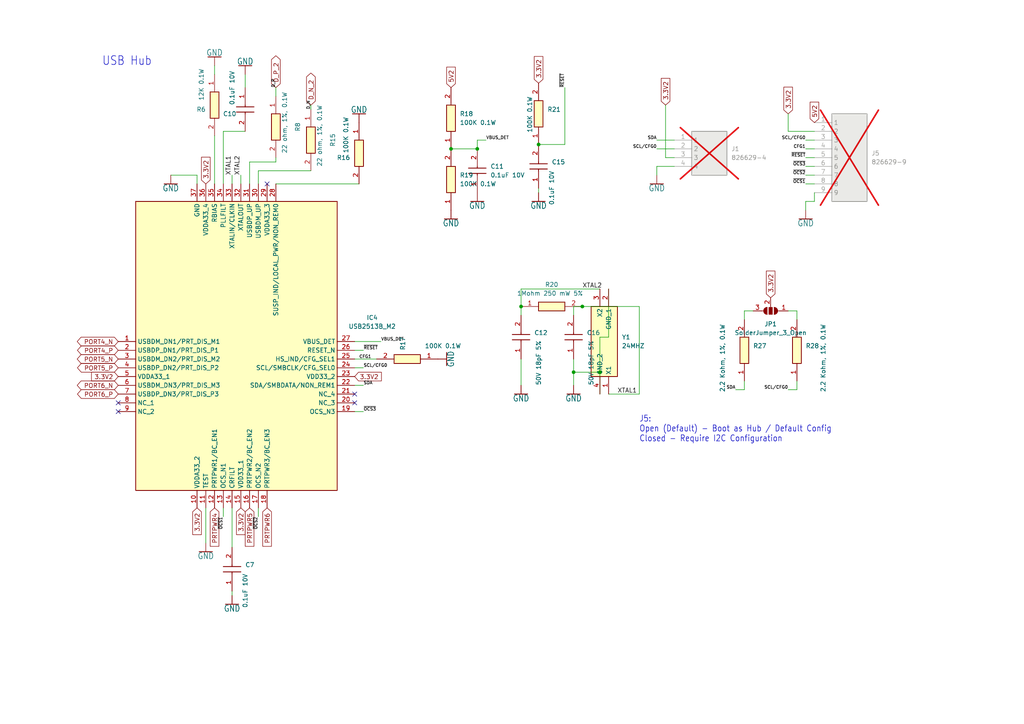
<source format=kicad_sch>
(kicad_sch (version 20230121) (generator eeschema)
  (paper "A4")
  (lib_symbols
    (symbol "Jumper:SolderJumper_3_Open" (pin_names (offset 0) hide)
      (property "Reference" "JP" (at -2.54 -2.54 0))
      (property "Value" "SolderJumper_3_Open" (at 0 2.794 0))
      (symbol "SolderJumper_3_Open_0_1"
        (arc (start -1.016 1.016) (mid -2.0276 0) (end -1.016 -1.016))
        (arc (start -1.016 1.016) (mid -2.0276 0) (end -1.016 -1.016) (fill (type outline)))
        (rectangle (start -0.508 1.016) (end 0.508 -1.016) (fill (type outline)))
        (polyline (pts (xy -2.54 0) (xy -2.032 0)))
        (polyline (pts (xy -1.016 1.016) (xy -1.016 -1.016)))
        (polyline (pts (xy 0 -1.27) (xy 0 -1.016)))
        (polyline (pts (xy 1.016 1.016) (xy 1.016 -1.016)))
        (polyline (pts (xy 2.54 0) (xy 2.032 0)))
        (arc (start 1.016 -1.016) (mid 2.0276 0) (end 1.016 1.016))
        (arc (start 1.016 -1.016) (mid 2.0276 0) (end 1.016 1.016) (fill (type outline)))
      )
      (symbol "SolderJumper_3_Open_1_1"
        (pin passive line (at -5.08 0 0) (length 2.54) (name "A") (number "1"))
        (pin passive line (at 0 -3.81 90) (length 2.54) (name "C") (number "2"))
        (pin passive line (at 5.08 0 180) (length 2.54) (name "B") (number "3"))
      )
    )
    (symbol "Qwiic-USB_Hub-eagle-import:GND" (power)
      (property "Value" "GND" (at 0 -0.254 0))
      (symbol "GND_1_0"
        (polyline (pts (xy -1.905 0) (xy 1.905 0)) (stroke (width 0.254)))
        (pin power_in line (at 0 2.54 270) (length 2.54) (name "GND") (number "1"))
      )
    )
    (symbol "SamacSys_Parts:06035A180J4T2A" (pin_names hide)
      (property "Reference" "C" (at 8.89 6.35 0))
      (property "Value" "06035A180J4T2A" (at 8.89 3.81 0))
      (symbol "06035A180J4T2A_1_1"
        (polyline (pts (xy 5.08 0) (xy 5.588 0)) (stroke (width 0.254)))
        (polyline (pts (xy 5.588 2.54) (xy 5.588 -2.54)) (stroke (width 0.254)))
        (polyline (pts (xy 7.112 0) (xy 7.62 0)) (stroke (width 0.254)))
        (polyline (pts (xy 7.112 2.54) (xy 7.112 -2.54)) (stroke (width 0.254)))
        (pin passive line (at 0 0 0) (length 5.08) (name "1") (number "1"))
        (pin passive line (at 12.7 0 180) (length 5.08) (name "2") (number "2"))
      )
    )
    (symbol "SamacSys_Parts:826629-4"
      (property "Reference" "J" (at 16.51 7.62 0))
      (property "Value" "826629-4" (at 16.51 5.08 0))
      (symbol "826629-4_1_1"
        (rectangle (start 5.08 2.54) (end 15.24 -10.16) (stroke (width 0.254)) (fill (type background)))
        (pin passive line (at 0 0 0) (length 5.08) (name "1") (number "1"))
        (pin passive line (at 0 -2.54 0) (length 5.08) (name "2") (number "2"))
        (pin passive line (at 0 -5.08 0) (length 5.08) (name "3") (number "3"))
        (pin passive line (at 0 -7.62 0) (length 5.08) (name "4") (number "4"))
      )
    )
    (symbol "SamacSys_Parts:826629-9"
      (property "Reference" "J" (at 16.51 7.62 0))
      (property "Value" "826629-9" (at 16.51 5.08 0))
      (symbol "826629-9_1_1"
        (rectangle (start 5.08 2.54) (end 15.24 -22.86) (stroke (width 0.254)) (fill (type background)))
        (pin passive line (at 0 0 0) (length 5.08) (name "1") (number "1"))
        (pin passive line (at 0 -2.54 0) (length 5.08) (name "2") (number "2"))
        (pin passive line (at 0 -5.08 0) (length 5.08) (name "3") (number "3"))
        (pin passive line (at 0 -7.62 0) (length 5.08) (name "4") (number "4"))
        (pin passive line (at 0 -10.16 0) (length 5.08) (name "5") (number "5"))
        (pin passive line (at 0 -12.7 0) (length 5.08) (name "6") (number "6"))
        (pin passive line (at 0 -15.24 0) (length 5.08) (name "7") (number "7"))
        (pin passive line (at 0 -17.78 0) (length 5.08) (name "8") (number "8"))
        (pin passive line (at 0 -20.32 0) (length 5.08) (name "9") (number "9"))
      )
    )
    (symbol "SamacSys_Parts:ABM10W-24.0000MHZ-7-B1U-T3"
      (property "Reference" "Y" (at 26.67 7.62 0))
      (property "Value" "ABM10W-24.0000MHZ-7-B1U-T3" (at 26.67 5.08 0))
      (symbol "ABM10W-24.0000MHZ-7-B1U-T3_1_1"
        (rectangle (start 5.08 2.54) (end 25.4 -5.08) (stroke (width 0.254)) (fill (type background)))
        (pin passive line (at 0 -2.54 0) (length 5.08) (name "X1") (number "1"))
        (pin passive line (at 30.48 -2.54 180) (length 5.08) (name "GND_1") (number "2"))
        (pin passive line (at 30.48 0 180) (length 5.08) (name "X2") (number "3"))
        (pin passive line (at 0 0 0) (length 5.08) (name "GND_2") (number "4"))
      )
    )
    (symbol "SamacSys_Parts:C0603T104K8RAC7867" (pin_names hide)
      (property "Reference" "C" (at 8.89 6.35 0))
      (property "Value" "C0603T104K8RAC7867" (at 8.89 3.81 0))
      (symbol "C0603T104K8RAC7867_1_1"
        (polyline (pts (xy 5.08 0) (xy 5.588 0)) (stroke (width 0.254)))
        (polyline (pts (xy 5.588 2.54) (xy 5.588 -2.54)) (stroke (width 0.254)))
        (polyline (pts (xy 7.112 0) (xy 7.62 0)) (stroke (width 0.254)))
        (polyline (pts (xy 7.112 2.54) (xy 7.112 -2.54)) (stroke (width 0.254)))
        (pin passive line (at 0 0 0) (length 5.08) (name "1") (number "1"))
        (pin passive line (at 12.7 0 180) (length 5.08) (name "2") (number "2"))
      )
    )
    (symbol "SamacSys_Parts:ERJ-PA3J105V" (pin_names hide)
      (property "Reference" "R" (at 13.97 6.35 0))
      (property "Value" "ERJ-PA3J105V" (at 13.97 3.81 0))
      (symbol "ERJ-PA3J105V_1_1"
        (rectangle (start 5.08 1.27) (end 12.7 -1.27) (stroke (width 0.254)) (fill (type background)))
        (pin passive line (at 0 0 0) (length 5.08) (name "1") (number "1"))
        (pin passive line (at 17.78 0 180) (length 5.08) (name "2") (number "2"))
      )
    )
    (symbol "SamacSys_Parts:RMCF0603FT100K" (pin_names hide)
      (property "Reference" "R" (at 13.97 6.35 0))
      (property "Value" "RMCF0603FT100K" (at 13.97 3.81 0))
      (symbol "RMCF0603FT100K_1_1"
        (rectangle (start 5.08 1.27) (end 12.7 -1.27) (stroke (width 0.254)) (fill (type background)))
        (pin passive line (at 0 0 0) (length 5.08) (name "1") (number "1"))
        (pin passive line (at 17.78 0 180) (length 5.08) (name "2") (number "2"))
      )
    )
    (symbol "SamacSys_Parts:RMCF0603FT12K0" (pin_names hide)
      (property "Reference" "R" (at 13.97 6.35 0))
      (property "Value" "RMCF0603FT12K0" (at 13.97 3.81 0))
      (symbol "RMCF0603FT12K0_1_1"
        (rectangle (start 5.08 1.27) (end 12.7 -1.27) (stroke (width 0.254)) (fill (type background)))
        (pin passive line (at 0 0 0) (length 5.08) (name "1") (number "1"))
        (pin passive line (at 17.78 0 180) (length 5.08) (name "2") (number "2"))
      )
    )
    (symbol "SamacSys_Parts:RMCF0603FT22R0" (pin_names hide)
      (property "Reference" "R" (at 13.97 6.35 0))
      (property "Value" "RMCF0603FT22R0" (at 13.97 3.81 0))
      (symbol "RMCF0603FT22R0_1_1"
        (rectangle (start 5.08 1.27) (end 12.7 -1.27) (stroke (width 0.254)) (fill (type background)))
        (pin passive line (at 0 0 0) (length 5.08) (name "1") (number "1"))
        (pin passive line (at 17.78 0 180) (length 5.08) (name "2") (number "2"))
      )
    )
    (symbol "SamacSys_Parts:RMCF0603FT2K20" (pin_names hide)
      (property "Reference" "R" (at 13.97 6.35 0))
      (property "Value" "RMCF0603FT2K20" (at 13.97 3.81 0))
      (symbol "RMCF0603FT2K20_1_1"
        (rectangle (start 5.08 1.27) (end 12.7 -1.27) (stroke (width 0.254)) (fill (type background)))
        (pin passive line (at 0 0 0) (length 5.08) (name "1") (number "1"))
        (pin passive line (at 17.78 0 180) (length 5.08) (name "2") (number "2"))
      )
    )
    (symbol "SamacSys_Parts:USB2513B_M2"
      (property "Reference" "IC" (at 64.77 45.72 0))
      (property "Value" "USB2513B_M2" (at 64.77 43.18 0))
      (symbol "USB2513B_M2_1_1"
        (rectangle (start 5.08 40.64) (end 63.5 -43.18) (stroke (width 0.254)) (fill (type background)))
        (pin passive line (at 0 0 0) (length 5.08) (name "USBDM_DN1/PRT_DIS_M1") (number "1"))
        (pin passive line (at 22.86 -48.26 90) (length 5.08) (name "VDDA33_2") (number "10"))
        (pin passive line (at 25.4 -48.26 90) (length 5.08) (name "TEST") (number "11"))
        (pin passive line (at 27.94 -48.26 90) (length 5.08) (name "PRTPWR1/BC_EN1") (number "12"))
        (pin passive line (at 30.48 -48.26 90) (length 5.08) (name "OCS_N1") (number "13"))
        (pin passive line (at 33.02 -48.26 90) (length 5.08) (name "CRFILT") (number "14"))
        (pin passive line (at 35.56 -48.26 90) (length 5.08) (name "VDD33_1") (number "15"))
        (pin passive line (at 38.1 -48.26 90) (length 5.08) (name "PRTPWR2/BC_EN2") (number "16"))
        (pin passive line (at 40.64 -48.26 90) (length 5.08) (name "OCS_N2") (number "17"))
        (pin passive line (at 43.18 -48.26 90) (length 5.08) (name "PRTPWR3/BC_EN3") (number "18"))
        (pin passive line (at 68.58 -20.32 180) (length 5.08) (name "OCS_N3") (number "19"))
        (pin passive line (at 0 -2.54 0) (length 5.08) (name "USBDP_DN1/PRT_DIS_P1") (number "2"))
        (pin passive line (at 68.58 -17.78 180) (length 5.08) (name "NC_3") (number "20"))
        (pin passive line (at 68.58 -15.24 180) (length 5.08) (name "NC_4") (number "21"))
        (pin passive line (at 68.58 -12.7 180) (length 5.08) (name "SDA/SMBDATA/NON_REM1") (number "22"))
        (pin passive line (at 68.58 -10.16 180) (length 5.08) (name "VDD33_2") (number "23"))
        (pin passive line (at 68.58 -7.62 180) (length 5.08) (name "SCL/SMBCLK/CFG_SEL0") (number "24"))
        (pin passive line (at 68.58 -5.08 180) (length 5.08) (name "HS_IND/CFG_SEL1") (number "25"))
        (pin passive line (at 68.58 -2.54 180) (length 5.08) (name "RESET_N") (number "26"))
        (pin passive line (at 68.58 0 180) (length 5.08) (name "VBUS_DET") (number "27"))
        (pin passive line (at 45.72 45.72 270) (length 5.08) (name "SUSP_IND/LOCAL_PWR/NON_REM0") (number "28"))
        (pin passive line (at 43.18 45.72 270) (length 5.08) (name "VDDA33_3") (number "29"))
        (pin passive line (at 0 -5.08 0) (length 5.08) (name "USBDM_DN2/PRT_DIS_M2") (number "3"))
        (pin passive line (at 40.64 45.72 270) (length 5.08) (name "USBDM_UP") (number "30"))
        (pin passive line (at 38.1 45.72 270) (length 5.08) (name "USBDP_UP") (number "31"))
        (pin passive line (at 35.56 45.72 270) (length 5.08) (name "XTALOUT") (number "32"))
        (pin passive line (at 33.02 45.72 270) (length 5.08) (name "XTALIN/CLKIN") (number "33"))
        (pin passive line (at 30.48 45.72 270) (length 5.08) (name "PLLFILT") (number "34"))
        (pin passive line (at 27.94 45.72 270) (length 5.08) (name "RBIAS") (number "35"))
        (pin passive line (at 25.4 45.72 270) (length 5.08) (name "VDDA33_4") (number "36"))
        (pin passive line (at 22.86 45.72 270) (length 5.08) (name "GND") (number "37"))
        (pin passive line (at 0 -7.62 0) (length 5.08) (name "USBDP_DN2/PRT_DIS_P2") (number "4"))
        (pin passive line (at 0 -10.16 0) (length 5.08) (name "VDDA33_1") (number "5"))
        (pin passive line (at 0 -12.7 0) (length 5.08) (name "USBDM_DN3/PRT_DIS_M3") (number "6"))
        (pin passive line (at 0 -15.24 0) (length 5.08) (name "USBDP_DN3/PRT_DIS_P3") (number "7"))
        (pin passive line (at 0 -17.78 0) (length 5.08) (name "NC_1") (number "8"))
        (pin passive line (at 0 -20.32 0) (length 5.08) (name "NC_2") (number "9"))
      )
    )
  )
  (junction (at 130.81 43.18))
  (junction (at 138.43 43.18))
  (junction (at 156.21 41.91))
  (junction (at 173.99 107.95))
  (junction (at 166.37 107.95))
  (junction (at 151.13 88.9))
  (junction (at 168.91 88.9))
  (no_connect (at 34.29 116.84))
  (no_connect (at 102.87 116.84))
  (no_connect (at 102.87 114.3))
  (no_connect (at 77.47 53.34))
  (no_connect (at 34.29 119.38))
  (wire (pts (xy 71.12 38.1) (xy 64.77 38.1)))
  (wire (pts (xy 67.31 172.72) (xy 67.31 171.45)) (stroke (width 0.1524)))
  (wire (pts (xy 236.22 48.26) (xy 233.68 48.26)) (stroke (width 0.1524)))
  (wire (pts (xy 176.53 114.3) (xy 185.42 114.3)))
  (wire (pts (xy 236.22 43.18) (xy 233.68 43.18)) (stroke (width 0.1524)))
  (wire (pts (xy 57.15 50.8) (xy 57.15 53.34)))
  (wire (pts (xy 166.37 107.95) (xy 166.37 111.76)) (stroke (width 0.1524)))
  (wire (pts (xy 231.14 92.71) (xy 231.14 90.17)) (stroke (width 0.1524)))
  (wire (pts (xy 102.87 99.06) (xy 110.49 99.06)) (stroke (width 0.1524)))
  (wire (pts (xy 156.21 55.88) (xy 156.21 54.61)) (stroke (width 0.1524)))
  (wire (pts (xy 59.69 157.48) (xy 59.69 147.32)))
  (wire (pts (xy 173.99 97.79) (xy 173.99 107.95)))
  (wire (pts (xy 173.99 107.95) (xy 173.99 114.3)))
  (wire (pts (xy 231.14 110.49) (xy 231.14 113.03)) (stroke (width 0.1524)))
  (wire (pts (xy 166.37 88.9) (xy 168.91 88.9)))
  (wire (pts (xy 72.39 46.99) (xy 72.39 53.34)))
  (wire (pts (xy 138.43 40.64) (xy 138.43 43.18)) (stroke (width 0.1524)))
  (wire (pts (xy 64.77 38.1) (xy 64.77 53.34)))
  (wire (pts (xy 67.31 50.8) (xy 67.31 53.34)))
  (wire (pts (xy 195.58 43.18) (xy 190.5 43.18)) (stroke (width 0.1524)))
  (wire (pts (xy 173.99 107.95) (xy 166.37 107.95)))
  (wire (pts (xy 166.37 88.9) (xy 166.37 91.44)))
  (wire (pts (xy 190.5 48.26) (xy 190.5 50.8)) (stroke (width 0.1524)))
  (wire (pts (xy 151.13 104.14) (xy 151.13 111.76)) (stroke (width 0.1524)))
  (wire (pts (xy 104.14 53.34) (xy 80.01 53.34)))
  (wire (pts (xy 195.58 45.72) (xy 193.04 45.72)) (stroke (width 0.1524)))
  (wire (pts (xy 102.87 104.14) (xy 109.22 104.14)))
  (wire (pts (xy 80.01 45.72) (xy 80.01 46.99)))
  (wire (pts (xy 74.93 147.32) (xy 74.93 149.86)) (stroke (width 0.1524)))
  (wire (pts (xy 151.13 83.82) (xy 151.13 88.9)) (stroke (width 0.1524)))
  (wire (pts (xy 231.14 113.03) (xy 228.6 113.03)) (stroke (width 0.1524)))
  (wire (pts (xy 80.01 46.99) (xy 72.39 46.99)))
  (wire (pts (xy 236.22 50.8) (xy 233.68 50.8)) (stroke (width 0.1524)))
  (wire (pts (xy 102.87 106.68) (xy 105.41 106.68)) (stroke (width 0.1524)))
  (wire (pts (xy 193.04 30.48) (xy 193.04 45.72)) (stroke (width 0.1524)))
  (wire (pts (xy 176.53 83.82) (xy 176.53 97.79)))
  (wire (pts (xy 163.83 41.91) (xy 156.21 41.91)) (stroke (width 0.1524)))
  (wire (pts (xy 80.01 27.94) (xy 80.01 25.4)) (stroke (width 0.1524)))
  (wire (pts (xy 74.93 49.53) (xy 74.93 53.34)))
  (wire (pts (xy 215.9 90.17) (xy 218.44 90.17)) (stroke (width 0.1524)))
  (wire (pts (xy 90.17 30.48) (xy 90.17 31.75)))
  (wire (pts (xy 151.13 83.82) (xy 173.99 83.82)) (stroke (width 0.1524)))
  (wire (pts (xy 90.17 49.53) (xy 74.93 49.53)))
  (wire (pts (xy 102.87 119.38) (xy 105.41 119.38)) (stroke (width 0.1524)))
  (wire (pts (xy 215.9 92.71) (xy 215.9 90.17)) (stroke (width 0.1524)))
  (wire (pts (xy 195.58 40.64) (xy 190.5 40.64)) (stroke (width 0.1524)))
  (wire (pts (xy 176.53 97.79) (xy 173.99 97.79)))
  (wire (pts (xy 130.81 43.18) (xy 138.43 43.18)) (stroke (width 0.1524)))
  (wire (pts (xy 151.13 88.9) (xy 151.13 91.44)) (stroke (width 0.1524)))
  (wire (pts (xy 228.6 38.1) (xy 228.6 33.02)) (stroke (width 0.1524)))
  (wire (pts (xy 138.43 40.64) (xy 140.97 40.64)) (stroke (width 0.1524)))
  (wire (pts (xy 102.87 101.6) (xy 105.41 101.6)) (stroke (width 0.1524)))
  (wire (pts (xy 185.42 88.9) (xy 168.91 88.9)))
  (wire (pts (xy 62.23 19.05) (xy 62.23 21.59)))
  (wire (pts (xy 185.42 114.3) (xy 185.42 88.9)))
  (wire (pts (xy 236.22 40.64) (xy 233.68 40.64)) (stroke (width 0.1524)))
  (wire (pts (xy 236.22 55.88) (xy 236.22 58.42)) (stroke (width 0.1524)))
  (wire (pts (xy 64.77 147.32) (xy 64.77 149.86)) (stroke (width 0.1524)))
  (wire (pts (xy 236.22 53.34) (xy 233.68 53.34)) (stroke (width 0.1524)))
  (wire (pts (xy 166.37 104.14) (xy 166.37 107.95)) (stroke (width 0.1524)))
  (wire (pts (xy 62.23 39.37) (xy 62.23 53.34)))
  (wire (pts (xy 215.9 110.49) (xy 215.9 113.03)) (stroke (width 0.1524)))
  (wire (pts (xy 67.31 147.32) (xy 67.31 158.75)) (stroke (width 0.1524)))
  (wire (pts (xy 71.12 21.59) (xy 71.12 25.4)) (stroke (width 0.1524)))
  (wire (pts (xy 233.68 58.42) (xy 233.68 60.96)) (stroke (width 0.1524)))
  (wire (pts (xy 236.22 45.72) (xy 233.68 45.72)) (stroke (width 0.1524)))
  (wire (pts (xy 49.53 50.8) (xy 57.15 50.8)))
  (wire (pts (xy 236.22 58.42) (xy 233.68 58.42)) (stroke (width 0.1524)))
  (wire (pts (xy 236.22 38.1) (xy 228.6 38.1)) (stroke (width 0.1524)))
  (wire (pts (xy 231.14 90.17) (xy 228.6 90.17)) (stroke (width 0.1524)))
  (wire (pts (xy 163.83 25.4) (xy 163.83 41.91)) (stroke (width 0.1524)))
  (wire (pts (xy 195.58 48.26) (xy 190.5 48.26)) (stroke (width 0.1524)))
  (wire (pts (xy 102.87 111.76) (xy 105.41 111.76)) (stroke (width 0.1524)))
  (wire (pts (xy 215.9 113.03) (xy 213.36 113.03)) (stroke (width 0.1524)))
  (wire (pts (xy 69.85 50.8) (xy 69.85 53.34)))
  (text "J5:\nOpen (Default) - Boot as Hub / Default Config\nClosed - Require I2C Configuration" (at 185.42 124.46 0) (effects (font (size 1.778 1.5113)) (justify left)))
  (text "USB Hub" (at 36.83 17.78 0) (effects (font (size 2.54 2.159))))
  (label "SCL/CFG0" (at 190.5 43.18 180) (effects (font (size 0.889 0.889))))
  (label "~{RESET}" (at 233.68 45.72 180) (effects (font (size 0.889 0.889))))
  (label "XTAL2" (at 168.91 83.82 0))
  (label "SCL/CFG0" (at 105.41 106.68 0) (effects (font (size 0.889 0.889))))
  (label "D_N" (at 90.17 31.75 90) (effects (font (size 0.889 0.889))))
  (label "~{OCS1}" (at 233.68 53.34 180) (effects (font (size 0.889 0.889))))
  (label "~{OCS1}" (at 64.77 149.86 270) (effects (font (size 0.889 0.889))))
  (label "XTAL2" (at 69.85 50.8 90))
  (label "XTAL1" (at 179.07 114.3 0))
  (label "VBUS_DET" (at 110.49 99.06 0) (effects (font (size 0.889 0.889))))
  (label "~{OCS3}" (at 105.41 119.38 0) (effects (font (size 0.889 0.889))))
  (label "CFG1" (at 233.68 43.18 180) (effects (font (size 0.889 0.889))))
  (label "~{OCS2}" (at 233.68 50.8 180) (effects (font (size 0.889 0.889))))
  (label "SDA" (at 105.41 111.76 0) (effects (font (size 0.889 0.889))))
  (label "SDA" (at 190.5 40.64 180) (effects (font (size 0.889 0.889))))
  (label "~{RESET}" (at 105.41 101.6 0) (effects (font (size 0.889 0.889))))
  (label "~{OCS2}" (at 74.93 149.86 270) (effects (font (size 0.889 0.889))))
  (label "SCL/CFG0" (at 228.6 113.03 180) (effects (font (size 0.889 0.889))))
  (label "SDA" (at 213.36 113.03 180) (effects (font (size 0.889 0.889))))
  (label "CFG1" (at 104.14 104.14 0) (effects (font (size 0.889 0.889))))
  (label "~{OCS3}" (at 233.68 48.26 180) (effects (font (size 0.889 0.889))))
  (label "SCL/CFG0" (at 233.68 40.64 180) (effects (font (size 0.889 0.889))))
  (label "XTAL1" (at 67.31 50.8 90))
  (label "~{RESET}" (at 163.83 25.4 90) (effects (font (size 0.889 0.889))))
  (label "D_P" (at 80.01 25.4 90) (effects (font (size 0.889 0.889))))
  (label "VBUS_DET" (at 140.97 40.64 0) (effects (font (size 0.889 0.889))))
  (global_label "PRTPWR5" (shape input) (at 72.39 147.32 270) (property "Intersheetrefs" "${INTERSHEET_REFS}" (effects hide)))
  (global_label "PORT5_N" (shape bidirectional) (at 34.29 104.14 180) (property "Intersheetrefs" "${INTERSHEET_REFS}" (effects hide)))
  (global_label "3.3V2" (shape input) (at 223.52 86.36 90) (property "Intersheetrefs" "${INTERSHEET_REFS}" (effects hide)))
  (global_label "3.3V2" (shape input) (at 59.69 53.34 90) (property "Intersheetrefs" "${INTERSHEET_REFS}" (effects hide)))
  (global_label "D_N_2" (shape bidirectional) (at 90.17 30.48 90) (property "Intersheetrefs" "${INTERSHEET_REFS}" (effects hide)))
  (global_label "PRTPWR6" (shape input) (at 77.47 147.32 270) (property "Intersheetrefs" "${INTERSHEET_REFS}" (effects hide)))
  (global_label "PRTPWR4" (shape input) (at 62.23 147.32 270) (property "Intersheetrefs" "${INTERSHEET_REFS}" (effects hide)))
  (global_label "3.3V2" (shape input) (at 228.6 33.02 90) (property "Intersheetrefs" "${INTERSHEET_REFS}" (effects hide)))
  (global_label "3.3V2" (shape input) (at 57.15 147.32 270) (property "Intersheetrefs" "${INTERSHEET_REFS}" (effects hide)))
  (global_label "3.3V2" (shape input) (at 102.87 109.22 0) (property "Intersheetrefs" "${INTERSHEET_REFS}" (effects hide)))
  (global_label "PORT4_P" (shape bidirectional) (at 34.29 101.6 180) (property "Intersheetrefs" "${INTERSHEET_REFS}" (effects hide)))
  (global_label "3.3V2" (shape input) (at 156.21 24.13 90) (property "Intersheetrefs" "${INTERSHEET_REFS}" (effects hide)))
  (global_label "3.3V2" (shape input) (at 193.04 30.48 90) (property "Intersheetrefs" "${INTERSHEET_REFS}" (effects hide)))
  (global_label "PORT5_P" (shape bidirectional) (at 34.29 106.68 180) (property "Intersheetrefs" "${INTERSHEET_REFS}" (effects hide)))
  (global_label "5V2" (shape input) (at 236.22 35.56 90) (property "Intersheetrefs" "${INTERSHEET_REFS}" (effects hide)))
  (global_label "PORT6_P" (shape bidirectional) (at 34.29 114.3 180) (property "Intersheetrefs" "${INTERSHEET_REFS}" (effects hide)))
  (global_label "3.3V2" (shape input) (at 69.85 147.32 270) (property "Intersheetrefs" "${INTERSHEET_REFS}" (effects hide)))
  (global_label "3.3V2" (shape input) (at 34.29 109.22 180) (property "Intersheetrefs" "${INTERSHEET_REFS}" (effects hide)))
  (global_label "PORT6_N" (shape bidirectional) (at 34.29 111.76 180) (property "Intersheetrefs" "${INTERSHEET_REFS}" (effects hide)))
  (global_label "PORT4_N" (shape bidirectional) (at 34.29 99.06 180) (property "Intersheetrefs" "${INTERSHEET_REFS}" (effects hide)))
  (global_label "5V2" (shape input) (at 130.81 25.4 90) (property "Intersheetrefs" "${INTERSHEET_REFS}" (effects hide)))
  (global_label "D_P_2" (shape bidirectional) (at 80.01 25.4 90) (property "Intersheetrefs" "${INTERSHEET_REFS}" (effects hide)))
  (symbol (lib_id "SamacSys_Parts:06035A180J4T2A") (at 151.13 104.14 90) (unit 1)
    (property "Reference" "C12" (at 154.94 96.52 90) (effects (justify right)))
    (property "Value" "50V 18pF 5% " (at 156.21 97.79 0) (effects (justify right)))
    (property "Footprint" "CAPC1608X90N" (effects hide))
    (property "Datasheet" "https://componentsearchengine.com/Datasheets/1/06031A100FAT2A.pdf" (effects hide))
    (property "Height" "0.9" (effects hide))
    (property "Manufacturer_Name" "AVX" (effects hide))
    (property "Manufacturer_Part_Number" "06035A180J4T2A" (effects hide))
    (property "Mouser Part Number" "581-06035A180J4T2A" (effects hide))
    (property "Mouser Price/Stock" "https://www.mouser.co.uk/ProductDetail/AVX/06035A180J4T2A?qs=Q0wCMCRSJ1tlgKsEfw0uTA%3D%3D" (effects hide))
    (property "Arrow Part Number" "06035A180J4T2A" (effects hide))
    (property "Arrow Price/Stock" "https://www.arrow.com/en/products/06035a180j4t2a/avx" (effects hide))
  )
  (symbol (lib_id "Qwiic-USB_Hub-eagle-import:GND") (at 49.53 53.34 0) (unit 1)
    (property "Reference" "#GND018" (effects hide))
    (property "Value" "GND" (at 49.53 53.594 0) (effects (font (size 1.778 1.5113)) (justify top)))
  )
  (symbol (lib_id "Qwiic-USB_Hub-eagle-import:GND") (at 67.31 175.26 0) (unit 1)
    (property "Reference" "#GND023" (effects hide))
    (property "Value" "GND" (at 67.31 175.514 0) (effects (font (size 1.778 1.5113)) (justify top)))
  )
  (symbol (lib_id "Qwiic-USB_Hub-eagle-import:GND") (at 104.14 33.02 180) (unit 1)
    (property "Reference" "#GND027" (effects hide))
    (property "Value" "GND" (at 104.14 32.766 0) (effects (font (size 1.778 1.5113)) (justify top)))
  )
  (symbol (lib_id "Jumper:SolderJumper_3_Open") (at 223.52 90.17 180) (unit 1)
    (property "Reference" "JP1" (at 223.52 93.98 0))
    (property "Value" "SolderJumper_3_Open" (at 223.52 96.52 0))
    (property "Footprint" "Jumper:SolderJumper-3_P1.3mm_Open_Pad1.0x1.5mm_NumberLabels" (effects hide))
  )
  (symbol (lib_id "SamacSys_Parts:RMCF0603FT12K0") (at 62.23 21.59 270) (unit 1)
    (property "Reference" "R6" (at 59.69 31.75 90) (effects (justify right)))
    (property "Value" "12K 0.1W" (at 58.42 29.21 0) (effects (justify right)))
    (property "Footprint" "RESC1608X55N" (effects hide))
    (property "Datasheet" "https://www.seielect.com/Catalog/SEI-RMCF_RMCP.pdf" (effects hide))
    (property "Height" "0.55" (effects hide))
    (property "Manufacturer_Name" "Stackpole Electronics, Inc." (effects hide))
    (property "Manufacturer_Part_Number" "RMCF0603FT12K0" (effects hide))
    (property "Arrow Part Number" "RMCF0603FT12K0" (effects hide))
    (property "Arrow Price/Stock" "https://www.arrow.com/en/products/rmcf0603ft12k0/stackpole-electronics?region=nac" (effects hide))
  )
  (symbol (lib_id "SamacSys_Parts:USB2513B_M2") (at 34.29 99.06 0) (unit 1)
    (property "Reference" "IC4" (at 107.95 92.1319 0))
    (property "Value" "USB2513B_M2" (at 107.95 94.6719 0))
    (property "Footprint" "QFN50P600X600X100-37N-D" (effects hide))
    (property "Datasheet" "http://www.microchip.com/mymicrochip/filehandler.aspx?ddocname=en562310" (effects hide))
    (property "Height" "1" (effects hide))
    (property "Manufacturer_Name" "Microchip" (effects hide))
    (property "Manufacturer_Part_Number" "USB2513B/M2" (effects hide))
    (property "Mouser Part Number" "579-USB2513B/M2" (effects hide))
    (property "Mouser Price/Stock" "https://www.mouser.co.uk/ProductDetail/Microchip-Technology/USB2513B-M2?qs=uus7iwvxYD8fly9xV9Wytg%3D%3D" (effects hide))
    (property "Arrow Part Number" "USB2513B/M2" (effects hide))
    (property "Arrow Price/Stock" "https://www.arrow.com/en/products/usb2513bm2/microchip-technology?region=europe" (effects hide))
  )
  (symbol (lib_id "SamacSys_Parts:RMCF0603FT100K") (at 104.14 35.56 270) (unit 1)
    (property "Reference" "R16" (at 101.6 45.72 90) (effects (justify right)))
    (property "Value" "100K 0.1W" (at 100.33 44.45 0) (effects (justify right)))
    (property "Footprint" "RESC1608X55N" (effects hide))
    (property "Datasheet" "https://www.seielect.com/Catalog/SEI-RMCF_RMCP.pdf" (effects hide))
    (property "Height" "0.55" (effects hide))
    (property "Manufacturer_Name" "Stackpole Electronics, Inc." (effects hide))
    (property "Manufacturer_Part_Number" "RMCF0603FT100K" (effects hide))
    (property "Mouser Part Number" "708-RMCF0603FT100K" (effects hide))
    (property "Mouser Price/Stock" "https://www.mouser.co.uk/ProductDetail/SEI-Stackpole/RMCF0603FT100K?qs=MyNHzdoqoQJaOoUDs3M%252BVg%3D%3D" (effects hide))
    (property "Arrow Part Number" "RMCF0603FT100K" (effects hide))
    (property "Arrow Price/Stock" "https://www.arrow.com/en/products/rmcf0603ft100k/stackpole-electronics?region=nac" (effects hide))
  )
  (symbol (lib_id "SamacSys_Parts:C0603T104K8RAC7867") (at 71.12 25.4 270) (unit 1)
    (property "Reference" "C10" (at 68.58 33.02 90) (effects (justify right)))
    (property "Value" "0.1uF 10V" (at 67.31 30.48 0) (effects (justify right)))
    (property "Footprint" "CAPC1608X87N" (effects hide))
    (property "Datasheet" "https://gr.mouser.com/datasheet/2/212/KEM_C1027_X7R_COTS_SMD-1099449.pdf" (effects hide))
    (property "Height" "0.87" (effects hide))
    (property "Manufacturer_Name" "KEMET" (effects hide))
    (property "Manufacturer_Part_Number" "C0603T104K8RAC7867" (effects hide))
    (property "Mouser Part Number" "80-C0603T104K8RACTU" (effects hide))
    (property "Mouser Price/Stock" "https://www.mouser.co.uk/ProductDetail/KEMET/C0603T104K8RAC7867/?qs=u16ybLDytRacEvii9M2jow%3D%3D" (effects hide))
  )
  (symbol (lib_id "SamacSys_Parts:RMCF0603FT100K") (at 156.21 41.91 90) (unit 1)
    (property "Reference" "R21" (at 158.75 31.75 90) (effects (justify right)))
    (property "Value" "100K 0.1W" (at 153.67 27.94 0) (effects (justify right)))
    (property "Footprint" "RESC1608X55N" (effects hide))
    (property "Datasheet" "https://www.seielect.com/Catalog/SEI-RMCF_RMCP.pdf" (effects hide))
    (property "Height" "0.55" (effects hide))
    (property "Manufacturer_Name" "Stackpole Electronics, Inc." (effects hide))
    (property "Manufacturer_Part_Number" "RMCF0603FT100K" (effects hide))
    (property "Mouser Part Number" "708-RMCF0603FT100K" (effects hide))
    (property "Mouser Price/Stock" "https://www.mouser.co.uk/ProductDetail/SEI-Stackpole/RMCF0603FT100K?qs=MyNHzdoqoQJaOoUDs3M%252BVg%3D%3D" (effects hide))
    (property "Arrow Part Number" "RMCF0603FT100K" (effects hide))
    (property "Arrow Price/Stock" "https://www.arrow.com/en/products/rmcf0603ft100k/stackpole-electronics?region=nac" (effects hide))
  )
  (symbol (lib_id "Qwiic-USB_Hub-eagle-import:GND") (at 233.68 63.5 0) (mirror y) (unit 1)
    (property "Reference" "#GND039" (effects hide))
    (property "Value" "GND" (at 233.68 63.754 0) (effects (font (size 1.778 1.5113)) (justify top)))
  )
  (symbol (lib_id "SamacSys_Parts:826629-9") (at 236.22 35.56 0) (unit 1) (in_bom no) (on_board no) (dnp yes)
    (property "Reference" "J5" (at 252.73 44.45 0) (effects (justify left)))
    (property "Value" "826629-9" (at 252.73 46.99 0) (effects (justify left)))
    (property "Footprint" "HDRV9W63P0X254_1X9_2286X250X950P" (effects hide))
    (property "Datasheet" "https://datasheet.datasheetarchive.com/originals/dk/DKDS42/DSANUWW0052934.pdf" (effects hide))
    (property "Height" "9.5" (effects hide))
    (property "Manufacturer_Name" "TE Connectivity" (effects hide))
    (property "Manufacturer_Part_Number" "826629-9" (effects hide))
    (property "Mouser Part Number" "571-826629-9" (effects hide))
    (property "Mouser Price/Stock" "https://www.mouser.co.uk/ProductDetail/TE-Connectivity/826629-9?qs=FazuUmncXol%2F%252BSVx%252BI%252BK7Q%3D%3D" (effects hide))
    (property "Arrow Part Number" "826629-9" (effects hide))
    (property "Arrow Price/Stock" "https://www.arrow.com/en/products/826629-9/te-connectivity?region=nac" (effects hide))
  )
  (symbol (lib_id "Qwiic-USB_Hub-eagle-import:GND") (at 129.54 104.14 90) (unit 1)
    (property "Reference" "#GND030" (effects hide))
    (property "Value" "GND" (at 129.794 104.14 0) (effects (font (size 1.778 1.5113)) (justify top)))
  )
  (symbol (lib_id "SamacSys_Parts:ABM10W-24.0000MHZ-7-B1U-T3") (at 173.99 114.3 90) (unit 1)
    (property "Reference" "Y1" (at 180.34 97.79 90) (effects (justify right)))
    (property "Value" "24MHZ" (at 180.34 100.33 90) (effects (justify right)))
    (property "Footprint" "ABM10W240000MHZ8K1ZT3" (effects hide))
    (property "Datasheet" "https://www.abracon.com/Resonators/ABM10W.pdf" (effects hide))
    (property "Height" "0.6" (effects hide))
    (property "Manufacturer_Name" "ABRACON" (effects hide))
    (property "Manufacturer_Part_Number" "ABM10W-24.0000MHZ-7-B1U-T3" (effects hide))
  )
  (symbol (lib_id "SamacSys_Parts:C0603T104K8RAC7867") (at 67.31 171.45 90) (unit 1)
    (property "Reference" "C7" (at 71.12 163.83 90) (effects (justify right)))
    (property "Value" "0.1uF 10V" (at 71.12 166.37 0) (effects (justify right)))
    (property "Footprint" "CAPC1608X87N" (effects hide))
    (property "Datasheet" "https://gr.mouser.com/datasheet/2/212/KEM_C1027_X7R_COTS_SMD-1099449.pdf" (effects hide))
    (property "Height" "0.87" (effects hide))
    (property "Manufacturer_Name" "KEMET" (effects hide))
    (property "Manufacturer_Part_Number" "C0603T104K8RAC7867" (effects hide))
    (property "Mouser Part Number" "80-C0603T104K8RACTU" (effects hide))
    (property "Mouser Price/Stock" "https://www.mouser.co.uk/ProductDetail/KEMET/C0603T104K8RAC7867/?qs=u16ybLDytRacEvii9M2jow%3D%3D" (effects hide))
  )
  (symbol (lib_id "Qwiic-USB_Hub-eagle-import:GND") (at 156.21 58.42 0) (unit 1)
    (property "Reference" "#GND034" (effects hide))
    (property "Value" "GND" (at 156.21 58.674 0) (effects (font (size 1.778 1.5113)) (justify top)))
  )
  (symbol (lib_id "SamacSys_Parts:RMCF0603FT100K") (at 130.81 60.96 90) (unit 1)
    (property "Reference" "R19" (at 133.35 50.8 90) (effects (justify right)))
    (property "Value" "100K 0.1W" (at 133.35 53.34 90) (effects (justify right)))
    (property "Footprint" "RESC1608X55N" (effects hide))
    (property "Datasheet" "https://www.seielect.com/Catalog/SEI-RMCF_RMCP.pdf" (effects hide))
    (property "Height" "0.55" (effects hide))
    (property "Manufacturer_Name" "Stackpole Electronics, Inc." (effects hide))
    (property "Manufacturer_Part_Number" "RMCF0603FT100K" (effects hide))
    (property "Mouser Part Number" "708-RMCF0603FT100K" (effects hide))
    (property "Mouser Price/Stock" "https://www.mouser.co.uk/ProductDetail/SEI-Stackpole/RMCF0603FT100K?qs=MyNHzdoqoQJaOoUDs3M%252BVg%3D%3D" (effects hide))
    (property "Arrow Part Number" "RMCF0603FT100K" (effects hide))
    (property "Arrow Price/Stock" "https://www.arrow.com/en/products/rmcf0603ft100k/stackpole-electronics?region=nac" (effects hide))
  )
  (symbol (lib_id "SamacSys_Parts:826629-4") (at 195.58 40.64 0) (unit 1) (in_bom no) (dnp yes)
    (property "Reference" "J1" (at 212.09 43.18 0) (effects (justify left)))
    (property "Value" "826629-4" (at 212.09 45.72 0) (effects (justify left)))
    (property "Footprint" "HDRV4W63P0X254_1X4_1016X250X950P" (effects hide))
    (property "Datasheet" "https://componentsearchengine.com/Datasheets/2/826629-4.pdf" (effects hide))
    (property "Height" "9.5" (effects hide))
    (property "Manufacturer_Name" "TE Connectivity" (effects hide))
    (property "Manufacturer_Part_Number" "826629-4" (effects hide))
    (property "Mouser Part Number" "571-826629-4" (effects hide))
    (property "Mouser Price/Stock" "https://www.mouser.co.uk/ProductDetail/TE-Connectivity/826629-4?qs=FazuUmncXom81cYQ0o6zwQ%3D%3D" (effects hide))
    (property "Arrow Part Number" "826629-4" (effects hide))
    (property "Arrow Price/Stock" "https://www.arrow.com/en/products/826629-4/te-connectivity?region=europe" (effects hide))
  )
  (symbol (lib_id "Qwiic-USB_Hub-eagle-import:GND") (at 130.81 63.5 0) (unit 1)
    (property "Reference" "#GND031" (effects hide))
    (property "Value" "GND" (at 130.81 63.754 0) (effects (font (size 1.778 1.5113)) (justify top)))
  )
  (symbol (lib_id "SamacSys_Parts:RMCF0603FT100K") (at 127 104.14 180) (unit 1)
    (property "Reference" "R17" (at 116.84 101.6 90) (effects (justify right)))
    (property "Value" "100K 0.1W" (at 123.19 100.33 0) (effects (justify right)))
    (property "Footprint" "RESC1608X55N" (effects hide))
    (property "Datasheet" "https://www.seielect.com/Catalog/SEI-RMCF_RMCP.pdf" (effects hide))
    (property "Height" "0.55" (effects hide))
    (property "Manufacturer_Name" "Stackpole Electronics, Inc." (effects hide))
    (property "Manufacturer_Part_Number" "RMCF0603FT100K" (effects hide))
    (property "Mouser Part Number" "708-RMCF0603FT100K" (effects hide))
    (property "Mouser Price/Stock" "https://www.mouser.co.uk/ProductDetail/SEI-Stackpole/RMCF0603FT100K?qs=MyNHzdoqoQJaOoUDs3M%252BVg%3D%3D" (effects hide))
    (property "Arrow Part Number" "RMCF0603FT100K" (effects hide))
    (property "Arrow Price/Stock" "https://www.arrow.com/en/products/rmcf0603ft100k/stackpole-electronics?region=nac" (effects hide))
  )
  (symbol (lib_id "Qwiic-USB_Hub-eagle-import:GND") (at 151.13 114.3 0) (unit 1)
    (property "Reference" "#GND033" (effects hide))
    (property "Value" "GND" (at 151.13 114.554 0) (effects (font (size 1.778 1.5113)) (justify top)))
  )
  (symbol (lib_id "Qwiic-USB_Hub-eagle-import:GND") (at 190.5 53.34 0) (mirror y) (unit 1)
    (property "Reference" "#GND038" (effects hide))
    (property "Value" "GND" (at 190.5 53.594 0) (effects (font (size 1.778 1.5113)) (justify top)))
  )
  (symbol (lib_id "SamacSys_Parts:06035A180J4T2A") (at 166.37 104.14 90) (unit 1)
    (property "Reference" "C16" (at 170.18 96.52 90) (effects (justify right)))
    (property "Value" "50V 18pF 5% " (at 171.45 97.79 0) (effects (justify right)))
    (property "Footprint" "CAPC1608X90N" (effects hide))
    (property "Datasheet" "https://componentsearchengine.com/Datasheets/1/06031A100FAT2A.pdf" (effects hide))
    (property "Height" "0.9" (effects hide))
    (property "Manufacturer_Name" "AVX" (effects hide))
    (property "Manufacturer_Part_Number" "06035A180J4T2A" (effects hide))
    (property "Mouser Part Number" "581-06035A180J4T2A" (effects hide))
    (property "Mouser Price/Stock" "https://www.mouser.co.uk/ProductDetail/AVX/06035A180J4T2A?qs=Q0wCMCRSJ1tlgKsEfw0uTA%3D%3D" (effects hide))
    (property "Arrow Part Number" "06035A180J4T2A" (effects hide))
    (property "Arrow Price/Stock" "https://www.arrow.com/en/products/06035a180j4t2a/avx" (effects hide))
  )
  (symbol (lib_id "SamacSys_Parts:ERJ-PA3J105V") (at 151.13 88.9 0) (unit 1)
    (property "Reference" "R20" (at 160.02 82.55 0))
    (property "Value" "1Mohm 250 mW 5% " (at 160.02 85.09 0))
    (property "Footprint" "SamacSys_Parts:ERJP03_PA3__0603_" (effects hide))
    (property "Datasheet" "https://industrial.panasonic.com/cdbs/www-data/pdf/RDO0000/AOA0000C331.pdf" (effects hide))
    (property "Height" "0.55" (effects hide))
    (property "Manufacturer_Name" "Panasonic" (effects hide))
    (property "Manufacturer_Part_Number" "ERJ-PA3J105V" (effects hide))
    (property "Mouser Part Number" "667-ERJ-PA3J105V" (effects hide))
    (property "Mouser Price/Stock" "https://www.mouser.co.uk/ProductDetail/Panasonic/ERJ-PA3J105V?qs=BzJM0faLVqUF25o70U8vUg%3D%3D" (effects hide))
    (property "Arrow Part Number" "ERJ-PA3J105V" (effects hide))
    (property "Arrow Price/Stock" "https://www.arrow.com/en/products/erj-pa3j105v/panasonic?region=nac" (effects hide))
  )
  (symbol (lib_id "Qwiic-USB_Hub-eagle-import:GND") (at 138.43 58.42 0) (unit 1)
    (property "Reference" "#GND032" (effects hide))
    (property "Value" "GND" (at 138.43 58.674 0) (effects (font (size 1.778 1.5113)) (justify top)))
  )
  (symbol (lib_id "Qwiic-USB_Hub-eagle-import:GND") (at 71.12 19.05 180) (unit 1)
    (property "Reference" "#GND024" (effects hide))
    (property "Value" "GND" (at 71.12 18.796 0) (effects (font (size 1.778 1.5113)) (justify top)))
  )
  (symbol (lib_id "Qwiic-USB_Hub-eagle-import:GND") (at 59.69 160.02 0) (unit 1)
    (property "Reference" "#GND019" (effects hide))
    (property "Value" "GND" (at 59.69 160.274 0) (effects (font (size 1.778 1.5113)) (justify top)))
  )
  (symbol (lib_id "SamacSys_Parts:C0603T104K8RAC7867") (at 138.43 55.88 90) (unit 1)
    (property "Reference" "C11" (at 142.24 48.26 90) (effects (justify right)))
    (property "Value" "0.1uF 10V" (at 142.24 50.8 90) (effects (justify right)))
    (property "Footprint" "CAPC1608X87N" (effects hide))
    (property "Datasheet" "https://gr.mouser.com/datasheet/2/212/KEM_C1027_X7R_COTS_SMD-1099449.pdf" (effects hide))
    (property "Height" "0.87" (effects hide))
    (property "Manufacturer_Name" "KEMET" (effects hide))
    (property "Manufacturer_Part_Number" "C0603T104K8RAC7867" (effects hide))
    (property "Mouser Part Number" "80-C0603T104K8RACTU" (effects hide))
    (property "Mouser Price/Stock" "https://www.mouser.co.uk/ProductDetail/KEMET/C0603T104K8RAC7867/?qs=u16ybLDytRacEvii9M2jow%3D%3D" (effects hide))
  )
  (symbol (lib_id "SamacSys_Parts:C0603T104K8RAC7867") (at 156.21 54.61 90) (unit 1)
    (property "Reference" "C15" (at 160.02 46.99 90) (effects (justify right)))
    (property "Value" "0.1uF 10V" (at 160.02 49.53 0) (effects (justify right)))
    (property "Footprint" "CAPC1608X87N" (effects hide))
    (property "Datasheet" "https://gr.mouser.com/datasheet/2/212/KEM_C1027_X7R_COTS_SMD-1099449.pdf" (effects hide))
    (property "Height" "0.87" (effects hide))
    (property "Manufacturer_Name" "KEMET" (effects hide))
    (property "Manufacturer_Part_Number" "C0603T104K8RAC7867" (effects hide))
    (property "Mouser Part Number" "80-C0603T104K8RACTU" (effects hide))
    (property "Mouser Price/Stock" "https://www.mouser.co.uk/ProductDetail/KEMET/C0603T104K8RAC7867/?qs=u16ybLDytRacEvii9M2jow%3D%3D" (effects hide))
  )
  (symbol (lib_id "Qwiic-USB_Hub-eagle-import:GND") (at 166.37 114.3 0) (unit 1)
    (property "Reference" "#GND036" (effects hide))
    (property "Value" "GND" (at 166.37 114.554 0) (effects (font (size 1.778 1.5113)) (justify top)))
  )
  (symbol (lib_id "Qwiic-USB_Hub-eagle-import:GND") (at 62.23 16.51 180) (unit 1)
    (property "Reference" "#GND020" (effects hide))
    (property "Value" "GND" (at 62.23 16.256 0) (effects (font (size 1.778 1.5113)) (justify top)))
  )
  (symbol (lib_id "SamacSys_Parts:RMCF0603FT2K20") (at 215.9 110.49 90) (unit 1)
    (property "Reference" "R27" (at 218.44 100.33 90) (effects (justify right)))
    (property "Value" "2.2 Kohm, 1%, 0.1W" (at 209.55 93.98 0) (effects (justify right)))
    (property "Footprint" "RESC1608X55N" (effects hide))
    (property "Datasheet" " Download RMCF0603FT2K20 Model" (effects hide))
    (property "Height" "0.55" (effects hide))
    (property "Manufacturer_Name" "Stackpole Electronics, Inc." (effects hide))
    (property "Manufacturer_Part_Number" "RMCF0603FT2K20" (effects hide))
  )
  (symbol (lib_id "SamacSys_Parts:RMCF0603FT22R0") (at 90.17 31.75 270) (unit 1)
    (property "Reference" "R15" (at 96.52 40.64 0))
    (property "Value" "22 ohm, 1%, 0.1W" (at 92.71 39.37 0))
    (property "Footprint" "RESC1608X55N" (effects hide))
    (property "Datasheet" "https://www.seielect.com/Catalog/SEI-RMCF_RMCP.pdf" (effects hide))
    (property "Height" "0.55" (effects hide))
    (property "Manufacturer_Name" "Stackpole Electronics, Inc." (effects hide))
    (property "Manufacturer_Part_Number" "RMCF0603FT22R0" (effects hide))
  )
  (symbol (lib_id "SamacSys_Parts:RMCF0603FT100K") (at 130.81 43.18 90) (unit 1)
    (property "Reference" "R18" (at 133.35 33.02 90) (effects (justify right)))
    (property "Value" "100K 0.1W" (at 133.35 35.56 90) (effects (justify right)))
    (property "Footprint" "RESC1608X55N" (effects hide))
    (property "Datasheet" "https://www.seielect.com/Catalog/SEI-RMCF_RMCP.pdf" (effects hide))
    (property "Height" "0.55" (effects hide))
    (property "Manufacturer_Name" "Stackpole Electronics, Inc." (effects hide))
    (property "Manufacturer_Part_Number" "RMCF0603FT100K" (effects hide))
    (property "Mouser Part Number" "708-RMCF0603FT100K" (effects hide))
    (property "Mouser Price/Stock" "https://www.mouser.co.uk/ProductDetail/SEI-Stackpole/RMCF0603FT100K?qs=MyNHzdoqoQJaOoUDs3M%252BVg%3D%3D" (effects hide))
    (property "Arrow Part Number" "RMCF0603FT100K" (effects hide))
    (property "Arrow Price/Stock" "https://www.arrow.com/en/products/rmcf0603ft100k/stackpole-electronics?region=nac" (effects hide))
  )
  (symbol (lib_id "SamacSys_Parts:RMCF0603FT2K20") (at 231.14 110.49 90) (unit 1)
    (property "Reference" "R28" (at 233.68 100.33 90) (effects (justify right)))
    (property "Value" "2.2 Kohm, 1%, 0.1W" (at 238.76 93.98 0) (effects (justify right)))
    (property "Footprint" "RESC1608X55N" (effects hide))
    (property "Datasheet" " Download RMCF0603FT2K20 Model" (effects hide))
    (property "Height" "0.55" (effects hide))
    (property "Manufacturer_Name" "Stackpole Electronics, Inc." (effects hide))
    (property "Manufacturer_Part_Number" "RMCF0603FT2K20" (effects hide))
  )
  (symbol (lib_id "SamacSys_Parts:RMCF0603FT22R0") (at 80.01 27.94 270) (unit 1)
    (property "Reference" "R8" (at 86.36 36.83 0))
    (property "Value" "22 ohm, 1%, 0.1W" (at 82.55 35.56 0))
    (property "Footprint" "RESC1608X55N" (effects hide))
    (property "Datasheet" "https://www.seielect.com/Catalog/SEI-RMCF_RMCP.pdf" (effects hide))
    (property "Height" "0.55" (effects hide))
    (property "Manufacturer_Name" "Stackpole Electronics, Inc." (effects hide))
    (property "Manufacturer_Part_Number" "RMCF0603FT22R0" (effects hide))
  )
)
</source>
